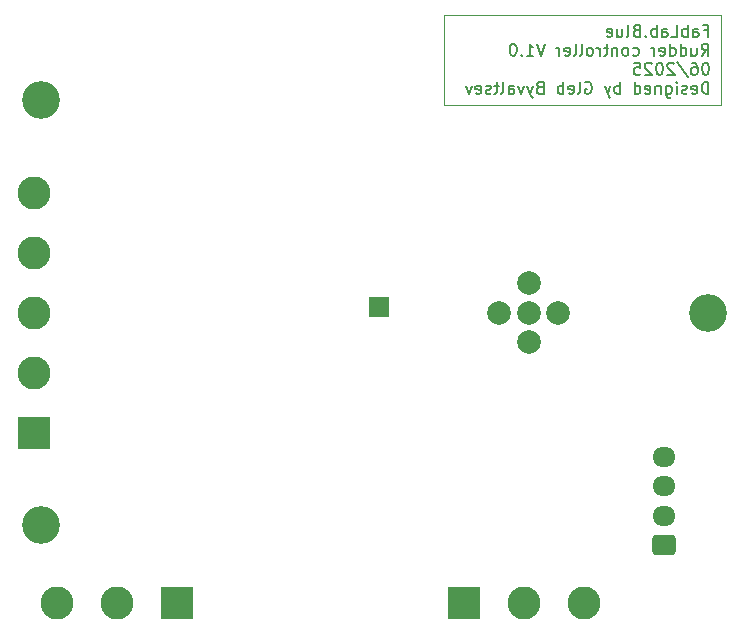
<source format=gbr>
%TF.GenerationSoftware,KiCad,Pcbnew,8.0.1*%
%TF.CreationDate,2025-05-19T10:21:45+02:00*%
%TF.ProjectId,stm32f103 board,73746d33-3266-4313-9033-20626f617264,rev?*%
%TF.SameCoordinates,Original*%
%TF.FileFunction,Soldermask,Bot*%
%TF.FilePolarity,Negative*%
%FSLAX46Y46*%
G04 Gerber Fmt 4.6, Leading zero omitted, Abs format (unit mm)*
G04 Created by KiCad (PCBNEW 8.0.1) date 2025-05-19 10:21:45*
%MOMM*%
%LPD*%
G01*
G04 APERTURE LIST*
G04 Aperture macros list*
%AMRoundRect*
0 Rectangle with rounded corners*
0 $1 Rounding radius*
0 $2 $3 $4 $5 $6 $7 $8 $9 X,Y pos of 4 corners*
0 Add a 4 corners polygon primitive as box body*
4,1,4,$2,$3,$4,$5,$6,$7,$8,$9,$2,$3,0*
0 Add four circle primitives for the rounded corners*
1,1,$1+$1,$2,$3*
1,1,$1+$1,$4,$5*
1,1,$1+$1,$6,$7*
1,1,$1+$1,$8,$9*
0 Add four rect primitives between the rounded corners*
20,1,$1+$1,$2,$3,$4,$5,0*
20,1,$1+$1,$4,$5,$6,$7,0*
20,1,$1+$1,$6,$7,$8,$9,0*
20,1,$1+$1,$8,$9,$2,$3,0*%
G04 Aperture macros list end*
%ADD10C,0.150000*%
%ADD11C,0.100000*%
%ADD12O,1.950000X1.700000*%
%ADD13RoundRect,0.250000X0.725000X-0.600000X0.725000X0.600000X-0.725000X0.600000X-0.725000X-0.600000X0*%
%ADD14R,1.700000X1.700000*%
%ADD15C,2.000000*%
%ADD16C,3.200000*%
%ADD17R,2.800000X2.800000*%
%ADD18C,2.800000*%
G04 APERTURE END LIST*
D10*
X144659887Y-79496009D02*
X144993220Y-79496009D01*
X144993220Y-80019819D02*
X144993220Y-79019819D01*
X144993220Y-79019819D02*
X144517030Y-79019819D01*
X143707506Y-80019819D02*
X143707506Y-79496009D01*
X143707506Y-79496009D02*
X143755125Y-79400771D01*
X143755125Y-79400771D02*
X143850363Y-79353152D01*
X143850363Y-79353152D02*
X144040839Y-79353152D01*
X144040839Y-79353152D02*
X144136077Y-79400771D01*
X143707506Y-79972200D02*
X143802744Y-80019819D01*
X143802744Y-80019819D02*
X144040839Y-80019819D01*
X144040839Y-80019819D02*
X144136077Y-79972200D01*
X144136077Y-79972200D02*
X144183696Y-79876961D01*
X144183696Y-79876961D02*
X144183696Y-79781723D01*
X144183696Y-79781723D02*
X144136077Y-79686485D01*
X144136077Y-79686485D02*
X144040839Y-79638866D01*
X144040839Y-79638866D02*
X143802744Y-79638866D01*
X143802744Y-79638866D02*
X143707506Y-79591247D01*
X143231315Y-80019819D02*
X143231315Y-79019819D01*
X143231315Y-79400771D02*
X143136077Y-79353152D01*
X143136077Y-79353152D02*
X142945601Y-79353152D01*
X142945601Y-79353152D02*
X142850363Y-79400771D01*
X142850363Y-79400771D02*
X142802744Y-79448390D01*
X142802744Y-79448390D02*
X142755125Y-79543628D01*
X142755125Y-79543628D02*
X142755125Y-79829342D01*
X142755125Y-79829342D02*
X142802744Y-79924580D01*
X142802744Y-79924580D02*
X142850363Y-79972200D01*
X142850363Y-79972200D02*
X142945601Y-80019819D01*
X142945601Y-80019819D02*
X143136077Y-80019819D01*
X143136077Y-80019819D02*
X143231315Y-79972200D01*
X141850363Y-80019819D02*
X142326553Y-80019819D01*
X142326553Y-80019819D02*
X142326553Y-79019819D01*
X141088458Y-80019819D02*
X141088458Y-79496009D01*
X141088458Y-79496009D02*
X141136077Y-79400771D01*
X141136077Y-79400771D02*
X141231315Y-79353152D01*
X141231315Y-79353152D02*
X141421791Y-79353152D01*
X141421791Y-79353152D02*
X141517029Y-79400771D01*
X141088458Y-79972200D02*
X141183696Y-80019819D01*
X141183696Y-80019819D02*
X141421791Y-80019819D01*
X141421791Y-80019819D02*
X141517029Y-79972200D01*
X141517029Y-79972200D02*
X141564648Y-79876961D01*
X141564648Y-79876961D02*
X141564648Y-79781723D01*
X141564648Y-79781723D02*
X141517029Y-79686485D01*
X141517029Y-79686485D02*
X141421791Y-79638866D01*
X141421791Y-79638866D02*
X141183696Y-79638866D01*
X141183696Y-79638866D02*
X141088458Y-79591247D01*
X140612267Y-80019819D02*
X140612267Y-79019819D01*
X140612267Y-79400771D02*
X140517029Y-79353152D01*
X140517029Y-79353152D02*
X140326553Y-79353152D01*
X140326553Y-79353152D02*
X140231315Y-79400771D01*
X140231315Y-79400771D02*
X140183696Y-79448390D01*
X140183696Y-79448390D02*
X140136077Y-79543628D01*
X140136077Y-79543628D02*
X140136077Y-79829342D01*
X140136077Y-79829342D02*
X140183696Y-79924580D01*
X140183696Y-79924580D02*
X140231315Y-79972200D01*
X140231315Y-79972200D02*
X140326553Y-80019819D01*
X140326553Y-80019819D02*
X140517029Y-80019819D01*
X140517029Y-80019819D02*
X140612267Y-79972200D01*
X139707505Y-79924580D02*
X139659886Y-79972200D01*
X139659886Y-79972200D02*
X139707505Y-80019819D01*
X139707505Y-80019819D02*
X139755124Y-79972200D01*
X139755124Y-79972200D02*
X139707505Y-79924580D01*
X139707505Y-79924580D02*
X139707505Y-80019819D01*
X138897982Y-79496009D02*
X138755125Y-79543628D01*
X138755125Y-79543628D02*
X138707506Y-79591247D01*
X138707506Y-79591247D02*
X138659887Y-79686485D01*
X138659887Y-79686485D02*
X138659887Y-79829342D01*
X138659887Y-79829342D02*
X138707506Y-79924580D01*
X138707506Y-79924580D02*
X138755125Y-79972200D01*
X138755125Y-79972200D02*
X138850363Y-80019819D01*
X138850363Y-80019819D02*
X139231315Y-80019819D01*
X139231315Y-80019819D02*
X139231315Y-79019819D01*
X139231315Y-79019819D02*
X138897982Y-79019819D01*
X138897982Y-79019819D02*
X138802744Y-79067438D01*
X138802744Y-79067438D02*
X138755125Y-79115057D01*
X138755125Y-79115057D02*
X138707506Y-79210295D01*
X138707506Y-79210295D02*
X138707506Y-79305533D01*
X138707506Y-79305533D02*
X138755125Y-79400771D01*
X138755125Y-79400771D02*
X138802744Y-79448390D01*
X138802744Y-79448390D02*
X138897982Y-79496009D01*
X138897982Y-79496009D02*
X139231315Y-79496009D01*
X138088458Y-80019819D02*
X138183696Y-79972200D01*
X138183696Y-79972200D02*
X138231315Y-79876961D01*
X138231315Y-79876961D02*
X138231315Y-79019819D01*
X137278934Y-79353152D02*
X137278934Y-80019819D01*
X137707505Y-79353152D02*
X137707505Y-79876961D01*
X137707505Y-79876961D02*
X137659886Y-79972200D01*
X137659886Y-79972200D02*
X137564648Y-80019819D01*
X137564648Y-80019819D02*
X137421791Y-80019819D01*
X137421791Y-80019819D02*
X137326553Y-79972200D01*
X137326553Y-79972200D02*
X137278934Y-79924580D01*
X136421791Y-79972200D02*
X136517029Y-80019819D01*
X136517029Y-80019819D02*
X136707505Y-80019819D01*
X136707505Y-80019819D02*
X136802743Y-79972200D01*
X136802743Y-79972200D02*
X136850362Y-79876961D01*
X136850362Y-79876961D02*
X136850362Y-79496009D01*
X136850362Y-79496009D02*
X136802743Y-79400771D01*
X136802743Y-79400771D02*
X136707505Y-79353152D01*
X136707505Y-79353152D02*
X136517029Y-79353152D01*
X136517029Y-79353152D02*
X136421791Y-79400771D01*
X136421791Y-79400771D02*
X136374172Y-79496009D01*
X136374172Y-79496009D02*
X136374172Y-79591247D01*
X136374172Y-79591247D02*
X136850362Y-79686485D01*
X144421792Y-81629763D02*
X144755125Y-81153572D01*
X144993220Y-81629763D02*
X144993220Y-80629763D01*
X144993220Y-80629763D02*
X144612268Y-80629763D01*
X144612268Y-80629763D02*
X144517030Y-80677382D01*
X144517030Y-80677382D02*
X144469411Y-80725001D01*
X144469411Y-80725001D02*
X144421792Y-80820239D01*
X144421792Y-80820239D02*
X144421792Y-80963096D01*
X144421792Y-80963096D02*
X144469411Y-81058334D01*
X144469411Y-81058334D02*
X144517030Y-81105953D01*
X144517030Y-81105953D02*
X144612268Y-81153572D01*
X144612268Y-81153572D02*
X144993220Y-81153572D01*
X143564649Y-80963096D02*
X143564649Y-81629763D01*
X143993220Y-80963096D02*
X143993220Y-81486905D01*
X143993220Y-81486905D02*
X143945601Y-81582144D01*
X143945601Y-81582144D02*
X143850363Y-81629763D01*
X143850363Y-81629763D02*
X143707506Y-81629763D01*
X143707506Y-81629763D02*
X143612268Y-81582144D01*
X143612268Y-81582144D02*
X143564649Y-81534524D01*
X142659887Y-81629763D02*
X142659887Y-80629763D01*
X142659887Y-81582144D02*
X142755125Y-81629763D01*
X142755125Y-81629763D02*
X142945601Y-81629763D01*
X142945601Y-81629763D02*
X143040839Y-81582144D01*
X143040839Y-81582144D02*
X143088458Y-81534524D01*
X143088458Y-81534524D02*
X143136077Y-81439286D01*
X143136077Y-81439286D02*
X143136077Y-81153572D01*
X143136077Y-81153572D02*
X143088458Y-81058334D01*
X143088458Y-81058334D02*
X143040839Y-81010715D01*
X143040839Y-81010715D02*
X142945601Y-80963096D01*
X142945601Y-80963096D02*
X142755125Y-80963096D01*
X142755125Y-80963096D02*
X142659887Y-81010715D01*
X141755125Y-81629763D02*
X141755125Y-80629763D01*
X141755125Y-81582144D02*
X141850363Y-81629763D01*
X141850363Y-81629763D02*
X142040839Y-81629763D01*
X142040839Y-81629763D02*
X142136077Y-81582144D01*
X142136077Y-81582144D02*
X142183696Y-81534524D01*
X142183696Y-81534524D02*
X142231315Y-81439286D01*
X142231315Y-81439286D02*
X142231315Y-81153572D01*
X142231315Y-81153572D02*
X142183696Y-81058334D01*
X142183696Y-81058334D02*
X142136077Y-81010715D01*
X142136077Y-81010715D02*
X142040839Y-80963096D01*
X142040839Y-80963096D02*
X141850363Y-80963096D01*
X141850363Y-80963096D02*
X141755125Y-81010715D01*
X140897982Y-81582144D02*
X140993220Y-81629763D01*
X140993220Y-81629763D02*
X141183696Y-81629763D01*
X141183696Y-81629763D02*
X141278934Y-81582144D01*
X141278934Y-81582144D02*
X141326553Y-81486905D01*
X141326553Y-81486905D02*
X141326553Y-81105953D01*
X141326553Y-81105953D02*
X141278934Y-81010715D01*
X141278934Y-81010715D02*
X141183696Y-80963096D01*
X141183696Y-80963096D02*
X140993220Y-80963096D01*
X140993220Y-80963096D02*
X140897982Y-81010715D01*
X140897982Y-81010715D02*
X140850363Y-81105953D01*
X140850363Y-81105953D02*
X140850363Y-81201191D01*
X140850363Y-81201191D02*
X141326553Y-81296429D01*
X140421791Y-81629763D02*
X140421791Y-80963096D01*
X140421791Y-81153572D02*
X140374172Y-81058334D01*
X140374172Y-81058334D02*
X140326553Y-81010715D01*
X140326553Y-81010715D02*
X140231315Y-80963096D01*
X140231315Y-80963096D02*
X140136077Y-80963096D01*
X138612267Y-81582144D02*
X138707505Y-81629763D01*
X138707505Y-81629763D02*
X138897981Y-81629763D01*
X138897981Y-81629763D02*
X138993219Y-81582144D01*
X138993219Y-81582144D02*
X139040838Y-81534524D01*
X139040838Y-81534524D02*
X139088457Y-81439286D01*
X139088457Y-81439286D02*
X139088457Y-81153572D01*
X139088457Y-81153572D02*
X139040838Y-81058334D01*
X139040838Y-81058334D02*
X138993219Y-81010715D01*
X138993219Y-81010715D02*
X138897981Y-80963096D01*
X138897981Y-80963096D02*
X138707505Y-80963096D01*
X138707505Y-80963096D02*
X138612267Y-81010715D01*
X138040838Y-81629763D02*
X138136076Y-81582144D01*
X138136076Y-81582144D02*
X138183695Y-81534524D01*
X138183695Y-81534524D02*
X138231314Y-81439286D01*
X138231314Y-81439286D02*
X138231314Y-81153572D01*
X138231314Y-81153572D02*
X138183695Y-81058334D01*
X138183695Y-81058334D02*
X138136076Y-81010715D01*
X138136076Y-81010715D02*
X138040838Y-80963096D01*
X138040838Y-80963096D02*
X137897981Y-80963096D01*
X137897981Y-80963096D02*
X137802743Y-81010715D01*
X137802743Y-81010715D02*
X137755124Y-81058334D01*
X137755124Y-81058334D02*
X137707505Y-81153572D01*
X137707505Y-81153572D02*
X137707505Y-81439286D01*
X137707505Y-81439286D02*
X137755124Y-81534524D01*
X137755124Y-81534524D02*
X137802743Y-81582144D01*
X137802743Y-81582144D02*
X137897981Y-81629763D01*
X137897981Y-81629763D02*
X138040838Y-81629763D01*
X137278933Y-80963096D02*
X137278933Y-81629763D01*
X137278933Y-81058334D02*
X137231314Y-81010715D01*
X137231314Y-81010715D02*
X137136076Y-80963096D01*
X137136076Y-80963096D02*
X136993219Y-80963096D01*
X136993219Y-80963096D02*
X136897981Y-81010715D01*
X136897981Y-81010715D02*
X136850362Y-81105953D01*
X136850362Y-81105953D02*
X136850362Y-81629763D01*
X136517028Y-80963096D02*
X136136076Y-80963096D01*
X136374171Y-80629763D02*
X136374171Y-81486905D01*
X136374171Y-81486905D02*
X136326552Y-81582144D01*
X136326552Y-81582144D02*
X136231314Y-81629763D01*
X136231314Y-81629763D02*
X136136076Y-81629763D01*
X135802742Y-81629763D02*
X135802742Y-80963096D01*
X135802742Y-81153572D02*
X135755123Y-81058334D01*
X135755123Y-81058334D02*
X135707504Y-81010715D01*
X135707504Y-81010715D02*
X135612266Y-80963096D01*
X135612266Y-80963096D02*
X135517028Y-80963096D01*
X135040837Y-81629763D02*
X135136075Y-81582144D01*
X135136075Y-81582144D02*
X135183694Y-81534524D01*
X135183694Y-81534524D02*
X135231313Y-81439286D01*
X135231313Y-81439286D02*
X135231313Y-81153572D01*
X135231313Y-81153572D02*
X135183694Y-81058334D01*
X135183694Y-81058334D02*
X135136075Y-81010715D01*
X135136075Y-81010715D02*
X135040837Y-80963096D01*
X135040837Y-80963096D02*
X134897980Y-80963096D01*
X134897980Y-80963096D02*
X134802742Y-81010715D01*
X134802742Y-81010715D02*
X134755123Y-81058334D01*
X134755123Y-81058334D02*
X134707504Y-81153572D01*
X134707504Y-81153572D02*
X134707504Y-81439286D01*
X134707504Y-81439286D02*
X134755123Y-81534524D01*
X134755123Y-81534524D02*
X134802742Y-81582144D01*
X134802742Y-81582144D02*
X134897980Y-81629763D01*
X134897980Y-81629763D02*
X135040837Y-81629763D01*
X134136075Y-81629763D02*
X134231313Y-81582144D01*
X134231313Y-81582144D02*
X134278932Y-81486905D01*
X134278932Y-81486905D02*
X134278932Y-80629763D01*
X133612265Y-81629763D02*
X133707503Y-81582144D01*
X133707503Y-81582144D02*
X133755122Y-81486905D01*
X133755122Y-81486905D02*
X133755122Y-80629763D01*
X132850360Y-81582144D02*
X132945598Y-81629763D01*
X132945598Y-81629763D02*
X133136074Y-81629763D01*
X133136074Y-81629763D02*
X133231312Y-81582144D01*
X133231312Y-81582144D02*
X133278931Y-81486905D01*
X133278931Y-81486905D02*
X133278931Y-81105953D01*
X133278931Y-81105953D02*
X133231312Y-81010715D01*
X133231312Y-81010715D02*
X133136074Y-80963096D01*
X133136074Y-80963096D02*
X132945598Y-80963096D01*
X132945598Y-80963096D02*
X132850360Y-81010715D01*
X132850360Y-81010715D02*
X132802741Y-81105953D01*
X132802741Y-81105953D02*
X132802741Y-81201191D01*
X132802741Y-81201191D02*
X133278931Y-81296429D01*
X132374169Y-81629763D02*
X132374169Y-80963096D01*
X132374169Y-81153572D02*
X132326550Y-81058334D01*
X132326550Y-81058334D02*
X132278931Y-81010715D01*
X132278931Y-81010715D02*
X132183693Y-80963096D01*
X132183693Y-80963096D02*
X132088455Y-80963096D01*
X131136073Y-80629763D02*
X130802740Y-81629763D01*
X130802740Y-81629763D02*
X130469407Y-80629763D01*
X129612264Y-81629763D02*
X130183692Y-81629763D01*
X129897978Y-81629763D02*
X129897978Y-80629763D01*
X129897978Y-80629763D02*
X129993216Y-80772620D01*
X129993216Y-80772620D02*
X130088454Y-80867858D01*
X130088454Y-80867858D02*
X130183692Y-80915477D01*
X129183692Y-81534524D02*
X129136073Y-81582144D01*
X129136073Y-81582144D02*
X129183692Y-81629763D01*
X129183692Y-81629763D02*
X129231311Y-81582144D01*
X129231311Y-81582144D02*
X129183692Y-81534524D01*
X129183692Y-81534524D02*
X129183692Y-81629763D01*
X128517026Y-80629763D02*
X128421788Y-80629763D01*
X128421788Y-80629763D02*
X128326550Y-80677382D01*
X128326550Y-80677382D02*
X128278931Y-80725001D01*
X128278931Y-80725001D02*
X128231312Y-80820239D01*
X128231312Y-80820239D02*
X128183693Y-81010715D01*
X128183693Y-81010715D02*
X128183693Y-81248810D01*
X128183693Y-81248810D02*
X128231312Y-81439286D01*
X128231312Y-81439286D02*
X128278931Y-81534524D01*
X128278931Y-81534524D02*
X128326550Y-81582144D01*
X128326550Y-81582144D02*
X128421788Y-81629763D01*
X128421788Y-81629763D02*
X128517026Y-81629763D01*
X128517026Y-81629763D02*
X128612264Y-81582144D01*
X128612264Y-81582144D02*
X128659883Y-81534524D01*
X128659883Y-81534524D02*
X128707502Y-81439286D01*
X128707502Y-81439286D02*
X128755121Y-81248810D01*
X128755121Y-81248810D02*
X128755121Y-81010715D01*
X128755121Y-81010715D02*
X128707502Y-80820239D01*
X128707502Y-80820239D02*
X128659883Y-80725001D01*
X128659883Y-80725001D02*
X128612264Y-80677382D01*
X128612264Y-80677382D02*
X128517026Y-80629763D01*
X144802744Y-82239707D02*
X144707506Y-82239707D01*
X144707506Y-82239707D02*
X144612268Y-82287326D01*
X144612268Y-82287326D02*
X144564649Y-82334945D01*
X144564649Y-82334945D02*
X144517030Y-82430183D01*
X144517030Y-82430183D02*
X144469411Y-82620659D01*
X144469411Y-82620659D02*
X144469411Y-82858754D01*
X144469411Y-82858754D02*
X144517030Y-83049230D01*
X144517030Y-83049230D02*
X144564649Y-83144468D01*
X144564649Y-83144468D02*
X144612268Y-83192088D01*
X144612268Y-83192088D02*
X144707506Y-83239707D01*
X144707506Y-83239707D02*
X144802744Y-83239707D01*
X144802744Y-83239707D02*
X144897982Y-83192088D01*
X144897982Y-83192088D02*
X144945601Y-83144468D01*
X144945601Y-83144468D02*
X144993220Y-83049230D01*
X144993220Y-83049230D02*
X145040839Y-82858754D01*
X145040839Y-82858754D02*
X145040839Y-82620659D01*
X145040839Y-82620659D02*
X144993220Y-82430183D01*
X144993220Y-82430183D02*
X144945601Y-82334945D01*
X144945601Y-82334945D02*
X144897982Y-82287326D01*
X144897982Y-82287326D02*
X144802744Y-82239707D01*
X143612268Y-82239707D02*
X143802744Y-82239707D01*
X143802744Y-82239707D02*
X143897982Y-82287326D01*
X143897982Y-82287326D02*
X143945601Y-82334945D01*
X143945601Y-82334945D02*
X144040839Y-82477802D01*
X144040839Y-82477802D02*
X144088458Y-82668278D01*
X144088458Y-82668278D02*
X144088458Y-83049230D01*
X144088458Y-83049230D02*
X144040839Y-83144468D01*
X144040839Y-83144468D02*
X143993220Y-83192088D01*
X143993220Y-83192088D02*
X143897982Y-83239707D01*
X143897982Y-83239707D02*
X143707506Y-83239707D01*
X143707506Y-83239707D02*
X143612268Y-83192088D01*
X143612268Y-83192088D02*
X143564649Y-83144468D01*
X143564649Y-83144468D02*
X143517030Y-83049230D01*
X143517030Y-83049230D02*
X143517030Y-82811135D01*
X143517030Y-82811135D02*
X143564649Y-82715897D01*
X143564649Y-82715897D02*
X143612268Y-82668278D01*
X143612268Y-82668278D02*
X143707506Y-82620659D01*
X143707506Y-82620659D02*
X143897982Y-82620659D01*
X143897982Y-82620659D02*
X143993220Y-82668278D01*
X143993220Y-82668278D02*
X144040839Y-82715897D01*
X144040839Y-82715897D02*
X144088458Y-82811135D01*
X142374173Y-82192088D02*
X143231315Y-83477802D01*
X142088458Y-82334945D02*
X142040839Y-82287326D01*
X142040839Y-82287326D02*
X141945601Y-82239707D01*
X141945601Y-82239707D02*
X141707506Y-82239707D01*
X141707506Y-82239707D02*
X141612268Y-82287326D01*
X141612268Y-82287326D02*
X141564649Y-82334945D01*
X141564649Y-82334945D02*
X141517030Y-82430183D01*
X141517030Y-82430183D02*
X141517030Y-82525421D01*
X141517030Y-82525421D02*
X141564649Y-82668278D01*
X141564649Y-82668278D02*
X142136077Y-83239707D01*
X142136077Y-83239707D02*
X141517030Y-83239707D01*
X140897982Y-82239707D02*
X140802744Y-82239707D01*
X140802744Y-82239707D02*
X140707506Y-82287326D01*
X140707506Y-82287326D02*
X140659887Y-82334945D01*
X140659887Y-82334945D02*
X140612268Y-82430183D01*
X140612268Y-82430183D02*
X140564649Y-82620659D01*
X140564649Y-82620659D02*
X140564649Y-82858754D01*
X140564649Y-82858754D02*
X140612268Y-83049230D01*
X140612268Y-83049230D02*
X140659887Y-83144468D01*
X140659887Y-83144468D02*
X140707506Y-83192088D01*
X140707506Y-83192088D02*
X140802744Y-83239707D01*
X140802744Y-83239707D02*
X140897982Y-83239707D01*
X140897982Y-83239707D02*
X140993220Y-83192088D01*
X140993220Y-83192088D02*
X141040839Y-83144468D01*
X141040839Y-83144468D02*
X141088458Y-83049230D01*
X141088458Y-83049230D02*
X141136077Y-82858754D01*
X141136077Y-82858754D02*
X141136077Y-82620659D01*
X141136077Y-82620659D02*
X141088458Y-82430183D01*
X141088458Y-82430183D02*
X141040839Y-82334945D01*
X141040839Y-82334945D02*
X140993220Y-82287326D01*
X140993220Y-82287326D02*
X140897982Y-82239707D01*
X140183696Y-82334945D02*
X140136077Y-82287326D01*
X140136077Y-82287326D02*
X140040839Y-82239707D01*
X140040839Y-82239707D02*
X139802744Y-82239707D01*
X139802744Y-82239707D02*
X139707506Y-82287326D01*
X139707506Y-82287326D02*
X139659887Y-82334945D01*
X139659887Y-82334945D02*
X139612268Y-82430183D01*
X139612268Y-82430183D02*
X139612268Y-82525421D01*
X139612268Y-82525421D02*
X139659887Y-82668278D01*
X139659887Y-82668278D02*
X140231315Y-83239707D01*
X140231315Y-83239707D02*
X139612268Y-83239707D01*
X138707506Y-82239707D02*
X139183696Y-82239707D01*
X139183696Y-82239707D02*
X139231315Y-82715897D01*
X139231315Y-82715897D02*
X139183696Y-82668278D01*
X139183696Y-82668278D02*
X139088458Y-82620659D01*
X139088458Y-82620659D02*
X138850363Y-82620659D01*
X138850363Y-82620659D02*
X138755125Y-82668278D01*
X138755125Y-82668278D02*
X138707506Y-82715897D01*
X138707506Y-82715897D02*
X138659887Y-82811135D01*
X138659887Y-82811135D02*
X138659887Y-83049230D01*
X138659887Y-83049230D02*
X138707506Y-83144468D01*
X138707506Y-83144468D02*
X138755125Y-83192088D01*
X138755125Y-83192088D02*
X138850363Y-83239707D01*
X138850363Y-83239707D02*
X139088458Y-83239707D01*
X139088458Y-83239707D02*
X139183696Y-83192088D01*
X139183696Y-83192088D02*
X139231315Y-83144468D01*
X144993220Y-84849651D02*
X144993220Y-83849651D01*
X144993220Y-83849651D02*
X144755125Y-83849651D01*
X144755125Y-83849651D02*
X144612268Y-83897270D01*
X144612268Y-83897270D02*
X144517030Y-83992508D01*
X144517030Y-83992508D02*
X144469411Y-84087746D01*
X144469411Y-84087746D02*
X144421792Y-84278222D01*
X144421792Y-84278222D02*
X144421792Y-84421079D01*
X144421792Y-84421079D02*
X144469411Y-84611555D01*
X144469411Y-84611555D02*
X144517030Y-84706793D01*
X144517030Y-84706793D02*
X144612268Y-84802032D01*
X144612268Y-84802032D02*
X144755125Y-84849651D01*
X144755125Y-84849651D02*
X144993220Y-84849651D01*
X143612268Y-84802032D02*
X143707506Y-84849651D01*
X143707506Y-84849651D02*
X143897982Y-84849651D01*
X143897982Y-84849651D02*
X143993220Y-84802032D01*
X143993220Y-84802032D02*
X144040839Y-84706793D01*
X144040839Y-84706793D02*
X144040839Y-84325841D01*
X144040839Y-84325841D02*
X143993220Y-84230603D01*
X143993220Y-84230603D02*
X143897982Y-84182984D01*
X143897982Y-84182984D02*
X143707506Y-84182984D01*
X143707506Y-84182984D02*
X143612268Y-84230603D01*
X143612268Y-84230603D02*
X143564649Y-84325841D01*
X143564649Y-84325841D02*
X143564649Y-84421079D01*
X143564649Y-84421079D02*
X144040839Y-84516317D01*
X143183696Y-84802032D02*
X143088458Y-84849651D01*
X143088458Y-84849651D02*
X142897982Y-84849651D01*
X142897982Y-84849651D02*
X142802744Y-84802032D01*
X142802744Y-84802032D02*
X142755125Y-84706793D01*
X142755125Y-84706793D02*
X142755125Y-84659174D01*
X142755125Y-84659174D02*
X142802744Y-84563936D01*
X142802744Y-84563936D02*
X142897982Y-84516317D01*
X142897982Y-84516317D02*
X143040839Y-84516317D01*
X143040839Y-84516317D02*
X143136077Y-84468698D01*
X143136077Y-84468698D02*
X143183696Y-84373460D01*
X143183696Y-84373460D02*
X143183696Y-84325841D01*
X143183696Y-84325841D02*
X143136077Y-84230603D01*
X143136077Y-84230603D02*
X143040839Y-84182984D01*
X143040839Y-84182984D02*
X142897982Y-84182984D01*
X142897982Y-84182984D02*
X142802744Y-84230603D01*
X142326553Y-84849651D02*
X142326553Y-84182984D01*
X142326553Y-83849651D02*
X142374172Y-83897270D01*
X142374172Y-83897270D02*
X142326553Y-83944889D01*
X142326553Y-83944889D02*
X142278934Y-83897270D01*
X142278934Y-83897270D02*
X142326553Y-83849651D01*
X142326553Y-83849651D02*
X142326553Y-83944889D01*
X141421792Y-84182984D02*
X141421792Y-84992508D01*
X141421792Y-84992508D02*
X141469411Y-85087746D01*
X141469411Y-85087746D02*
X141517030Y-85135365D01*
X141517030Y-85135365D02*
X141612268Y-85182984D01*
X141612268Y-85182984D02*
X141755125Y-85182984D01*
X141755125Y-85182984D02*
X141850363Y-85135365D01*
X141421792Y-84802032D02*
X141517030Y-84849651D01*
X141517030Y-84849651D02*
X141707506Y-84849651D01*
X141707506Y-84849651D02*
X141802744Y-84802032D01*
X141802744Y-84802032D02*
X141850363Y-84754412D01*
X141850363Y-84754412D02*
X141897982Y-84659174D01*
X141897982Y-84659174D02*
X141897982Y-84373460D01*
X141897982Y-84373460D02*
X141850363Y-84278222D01*
X141850363Y-84278222D02*
X141802744Y-84230603D01*
X141802744Y-84230603D02*
X141707506Y-84182984D01*
X141707506Y-84182984D02*
X141517030Y-84182984D01*
X141517030Y-84182984D02*
X141421792Y-84230603D01*
X140945601Y-84182984D02*
X140945601Y-84849651D01*
X140945601Y-84278222D02*
X140897982Y-84230603D01*
X140897982Y-84230603D02*
X140802744Y-84182984D01*
X140802744Y-84182984D02*
X140659887Y-84182984D01*
X140659887Y-84182984D02*
X140564649Y-84230603D01*
X140564649Y-84230603D02*
X140517030Y-84325841D01*
X140517030Y-84325841D02*
X140517030Y-84849651D01*
X139659887Y-84802032D02*
X139755125Y-84849651D01*
X139755125Y-84849651D02*
X139945601Y-84849651D01*
X139945601Y-84849651D02*
X140040839Y-84802032D01*
X140040839Y-84802032D02*
X140088458Y-84706793D01*
X140088458Y-84706793D02*
X140088458Y-84325841D01*
X140088458Y-84325841D02*
X140040839Y-84230603D01*
X140040839Y-84230603D02*
X139945601Y-84182984D01*
X139945601Y-84182984D02*
X139755125Y-84182984D01*
X139755125Y-84182984D02*
X139659887Y-84230603D01*
X139659887Y-84230603D02*
X139612268Y-84325841D01*
X139612268Y-84325841D02*
X139612268Y-84421079D01*
X139612268Y-84421079D02*
X140088458Y-84516317D01*
X138755125Y-84849651D02*
X138755125Y-83849651D01*
X138755125Y-84802032D02*
X138850363Y-84849651D01*
X138850363Y-84849651D02*
X139040839Y-84849651D01*
X139040839Y-84849651D02*
X139136077Y-84802032D01*
X139136077Y-84802032D02*
X139183696Y-84754412D01*
X139183696Y-84754412D02*
X139231315Y-84659174D01*
X139231315Y-84659174D02*
X139231315Y-84373460D01*
X139231315Y-84373460D02*
X139183696Y-84278222D01*
X139183696Y-84278222D02*
X139136077Y-84230603D01*
X139136077Y-84230603D02*
X139040839Y-84182984D01*
X139040839Y-84182984D02*
X138850363Y-84182984D01*
X138850363Y-84182984D02*
X138755125Y-84230603D01*
X137517029Y-84849651D02*
X137517029Y-83849651D01*
X137517029Y-84230603D02*
X137421791Y-84182984D01*
X137421791Y-84182984D02*
X137231315Y-84182984D01*
X137231315Y-84182984D02*
X137136077Y-84230603D01*
X137136077Y-84230603D02*
X137088458Y-84278222D01*
X137088458Y-84278222D02*
X137040839Y-84373460D01*
X137040839Y-84373460D02*
X137040839Y-84659174D01*
X137040839Y-84659174D02*
X137088458Y-84754412D01*
X137088458Y-84754412D02*
X137136077Y-84802032D01*
X137136077Y-84802032D02*
X137231315Y-84849651D01*
X137231315Y-84849651D02*
X137421791Y-84849651D01*
X137421791Y-84849651D02*
X137517029Y-84802032D01*
X136707505Y-84182984D02*
X136469410Y-84849651D01*
X136231315Y-84182984D02*
X136469410Y-84849651D01*
X136469410Y-84849651D02*
X136564648Y-85087746D01*
X136564648Y-85087746D02*
X136612267Y-85135365D01*
X136612267Y-85135365D02*
X136707505Y-85182984D01*
X134564648Y-83897270D02*
X134659886Y-83849651D01*
X134659886Y-83849651D02*
X134802743Y-83849651D01*
X134802743Y-83849651D02*
X134945600Y-83897270D01*
X134945600Y-83897270D02*
X135040838Y-83992508D01*
X135040838Y-83992508D02*
X135088457Y-84087746D01*
X135088457Y-84087746D02*
X135136076Y-84278222D01*
X135136076Y-84278222D02*
X135136076Y-84421079D01*
X135136076Y-84421079D02*
X135088457Y-84611555D01*
X135088457Y-84611555D02*
X135040838Y-84706793D01*
X135040838Y-84706793D02*
X134945600Y-84802032D01*
X134945600Y-84802032D02*
X134802743Y-84849651D01*
X134802743Y-84849651D02*
X134707505Y-84849651D01*
X134707505Y-84849651D02*
X134564648Y-84802032D01*
X134564648Y-84802032D02*
X134517029Y-84754412D01*
X134517029Y-84754412D02*
X134517029Y-84421079D01*
X134517029Y-84421079D02*
X134707505Y-84421079D01*
X133945600Y-84849651D02*
X134040838Y-84802032D01*
X134040838Y-84802032D02*
X134088457Y-84706793D01*
X134088457Y-84706793D02*
X134088457Y-83849651D01*
X133183695Y-84802032D02*
X133278933Y-84849651D01*
X133278933Y-84849651D02*
X133469409Y-84849651D01*
X133469409Y-84849651D02*
X133564647Y-84802032D01*
X133564647Y-84802032D02*
X133612266Y-84706793D01*
X133612266Y-84706793D02*
X133612266Y-84325841D01*
X133612266Y-84325841D02*
X133564647Y-84230603D01*
X133564647Y-84230603D02*
X133469409Y-84182984D01*
X133469409Y-84182984D02*
X133278933Y-84182984D01*
X133278933Y-84182984D02*
X133183695Y-84230603D01*
X133183695Y-84230603D02*
X133136076Y-84325841D01*
X133136076Y-84325841D02*
X133136076Y-84421079D01*
X133136076Y-84421079D02*
X133612266Y-84516317D01*
X132707504Y-84849651D02*
X132707504Y-83849651D01*
X132707504Y-84230603D02*
X132612266Y-84182984D01*
X132612266Y-84182984D02*
X132421790Y-84182984D01*
X132421790Y-84182984D02*
X132326552Y-84230603D01*
X132326552Y-84230603D02*
X132278933Y-84278222D01*
X132278933Y-84278222D02*
X132231314Y-84373460D01*
X132231314Y-84373460D02*
X132231314Y-84659174D01*
X132231314Y-84659174D02*
X132278933Y-84754412D01*
X132278933Y-84754412D02*
X132326552Y-84802032D01*
X132326552Y-84802032D02*
X132421790Y-84849651D01*
X132421790Y-84849651D02*
X132612266Y-84849651D01*
X132612266Y-84849651D02*
X132707504Y-84802032D01*
X130707504Y-84325841D02*
X130564647Y-84373460D01*
X130564647Y-84373460D02*
X130517028Y-84421079D01*
X130517028Y-84421079D02*
X130469409Y-84516317D01*
X130469409Y-84516317D02*
X130469409Y-84659174D01*
X130469409Y-84659174D02*
X130517028Y-84754412D01*
X130517028Y-84754412D02*
X130564647Y-84802032D01*
X130564647Y-84802032D02*
X130659885Y-84849651D01*
X130659885Y-84849651D02*
X131040837Y-84849651D01*
X131040837Y-84849651D02*
X131040837Y-83849651D01*
X131040837Y-83849651D02*
X130707504Y-83849651D01*
X130707504Y-83849651D02*
X130612266Y-83897270D01*
X130612266Y-83897270D02*
X130564647Y-83944889D01*
X130564647Y-83944889D02*
X130517028Y-84040127D01*
X130517028Y-84040127D02*
X130517028Y-84135365D01*
X130517028Y-84135365D02*
X130564647Y-84230603D01*
X130564647Y-84230603D02*
X130612266Y-84278222D01*
X130612266Y-84278222D02*
X130707504Y-84325841D01*
X130707504Y-84325841D02*
X131040837Y-84325841D01*
X130136075Y-84182984D02*
X129897980Y-84849651D01*
X129659885Y-84182984D02*
X129897980Y-84849651D01*
X129897980Y-84849651D02*
X129993218Y-85087746D01*
X129993218Y-85087746D02*
X130040837Y-85135365D01*
X130040837Y-85135365D02*
X130136075Y-85182984D01*
X129374170Y-84182984D02*
X129136075Y-84849651D01*
X129136075Y-84849651D02*
X128897980Y-84182984D01*
X128088456Y-84849651D02*
X128088456Y-84325841D01*
X128088456Y-84325841D02*
X128136075Y-84230603D01*
X128136075Y-84230603D02*
X128231313Y-84182984D01*
X128231313Y-84182984D02*
X128421789Y-84182984D01*
X128421789Y-84182984D02*
X128517027Y-84230603D01*
X128088456Y-84802032D02*
X128183694Y-84849651D01*
X128183694Y-84849651D02*
X128421789Y-84849651D01*
X128421789Y-84849651D02*
X128517027Y-84802032D01*
X128517027Y-84802032D02*
X128564646Y-84706793D01*
X128564646Y-84706793D02*
X128564646Y-84611555D01*
X128564646Y-84611555D02*
X128517027Y-84516317D01*
X128517027Y-84516317D02*
X128421789Y-84468698D01*
X128421789Y-84468698D02*
X128183694Y-84468698D01*
X128183694Y-84468698D02*
X128088456Y-84421079D01*
X127469408Y-84849651D02*
X127564646Y-84802032D01*
X127564646Y-84802032D02*
X127612265Y-84706793D01*
X127612265Y-84706793D02*
X127612265Y-83849651D01*
X127231312Y-84182984D02*
X126850360Y-84182984D01*
X127088455Y-83849651D02*
X127088455Y-84706793D01*
X127088455Y-84706793D02*
X127040836Y-84802032D01*
X127040836Y-84802032D02*
X126945598Y-84849651D01*
X126945598Y-84849651D02*
X126850360Y-84849651D01*
X126564645Y-84802032D02*
X126469407Y-84849651D01*
X126469407Y-84849651D02*
X126278931Y-84849651D01*
X126278931Y-84849651D02*
X126183693Y-84802032D01*
X126183693Y-84802032D02*
X126136074Y-84706793D01*
X126136074Y-84706793D02*
X126136074Y-84659174D01*
X126136074Y-84659174D02*
X126183693Y-84563936D01*
X126183693Y-84563936D02*
X126278931Y-84516317D01*
X126278931Y-84516317D02*
X126421788Y-84516317D01*
X126421788Y-84516317D02*
X126517026Y-84468698D01*
X126517026Y-84468698D02*
X126564645Y-84373460D01*
X126564645Y-84373460D02*
X126564645Y-84325841D01*
X126564645Y-84325841D02*
X126517026Y-84230603D01*
X126517026Y-84230603D02*
X126421788Y-84182984D01*
X126421788Y-84182984D02*
X126278931Y-84182984D01*
X126278931Y-84182984D02*
X126183693Y-84230603D01*
X125326550Y-84802032D02*
X125421788Y-84849651D01*
X125421788Y-84849651D02*
X125612264Y-84849651D01*
X125612264Y-84849651D02*
X125707502Y-84802032D01*
X125707502Y-84802032D02*
X125755121Y-84706793D01*
X125755121Y-84706793D02*
X125755121Y-84325841D01*
X125755121Y-84325841D02*
X125707502Y-84230603D01*
X125707502Y-84230603D02*
X125612264Y-84182984D01*
X125612264Y-84182984D02*
X125421788Y-84182984D01*
X125421788Y-84182984D02*
X125326550Y-84230603D01*
X125326550Y-84230603D02*
X125278931Y-84325841D01*
X125278931Y-84325841D02*
X125278931Y-84421079D01*
X125278931Y-84421079D02*
X125755121Y-84516317D01*
X124945597Y-84182984D02*
X124707502Y-84849651D01*
X124707502Y-84849651D02*
X124469407Y-84182984D01*
D11*
X122630000Y-78230000D02*
X146080000Y-78230000D01*
X146080000Y-85830000D01*
X122630000Y-85830000D01*
X122630000Y-78230000D01*
D12*
%TO.C,J5*%
X141237500Y-115570000D03*
X141237500Y-118070000D03*
X141237500Y-120570000D03*
D13*
X141237500Y-123070000D03*
%TD*%
D14*
%TO.C,H1*%
X117120000Y-102920000D03*
%TD*%
D15*
%TO.C,J1*%
X129800000Y-103400000D03*
X132300000Y-103400000D03*
X129800000Y-105900000D03*
X127300000Y-103400000D03*
X129800000Y-100900000D03*
%TD*%
D16*
%TO.C,REF\u002A\u002A*%
X88500000Y-121400000D03*
%TD*%
%TO.C,REF\u002A\u002A*%
X145000000Y-103400000D03*
%TD*%
D17*
%TO.C,J2*%
X87925000Y-113560000D03*
D18*
X87925000Y-108480000D03*
X87925000Y-103400000D03*
X87925000Y-98320000D03*
X87925000Y-93240000D03*
%TD*%
D17*
%TO.C,J4*%
X100000000Y-128000000D03*
D18*
X94920000Y-128000000D03*
X89840000Y-128000000D03*
%TD*%
D16*
%TO.C,REF\u002A\u002A*%
X88500000Y-85400000D03*
%TD*%
D17*
%TO.C,J3*%
X124300000Y-128000000D03*
D18*
X129380000Y-128000000D03*
X134460000Y-128000000D03*
%TD*%
M02*

</source>
